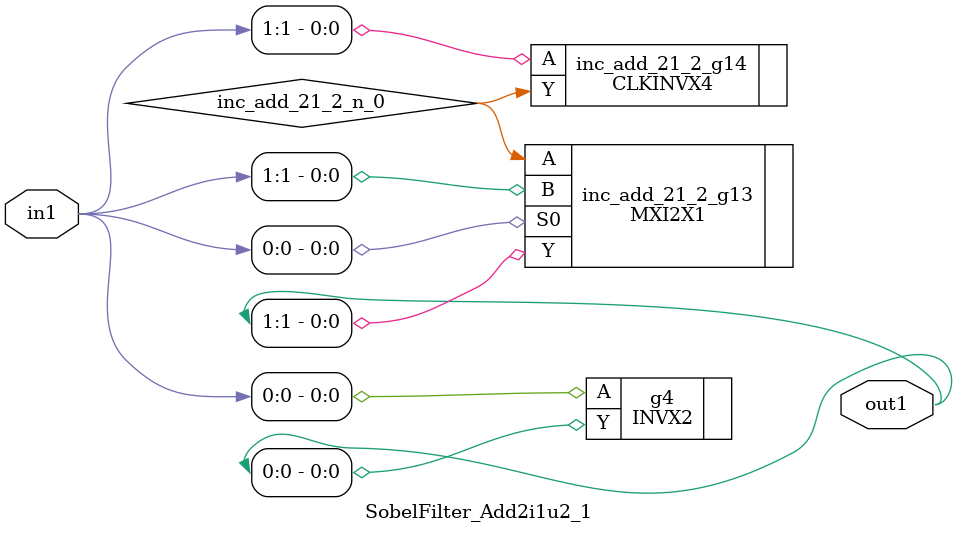
<source format=v>
`timescale 1ps / 1ps


module SobelFilter_Add2i1u2_1(in1, out1);
  input [1:0] in1;
  output [1:0] out1;
  wire [1:0] in1;
  wire [1:0] out1;
  wire inc_add_21_2_n_0;
  INVX2 g4(.A (in1[0]), .Y (out1[0]));
  MXI2X1 inc_add_21_2_g13(.A (inc_add_21_2_n_0), .B (in1[1]), .S0
       (in1[0]), .Y (out1[1]));
  CLKINVX4 inc_add_21_2_g14(.A (in1[1]), .Y (inc_add_21_2_n_0));
endmodule



</source>
